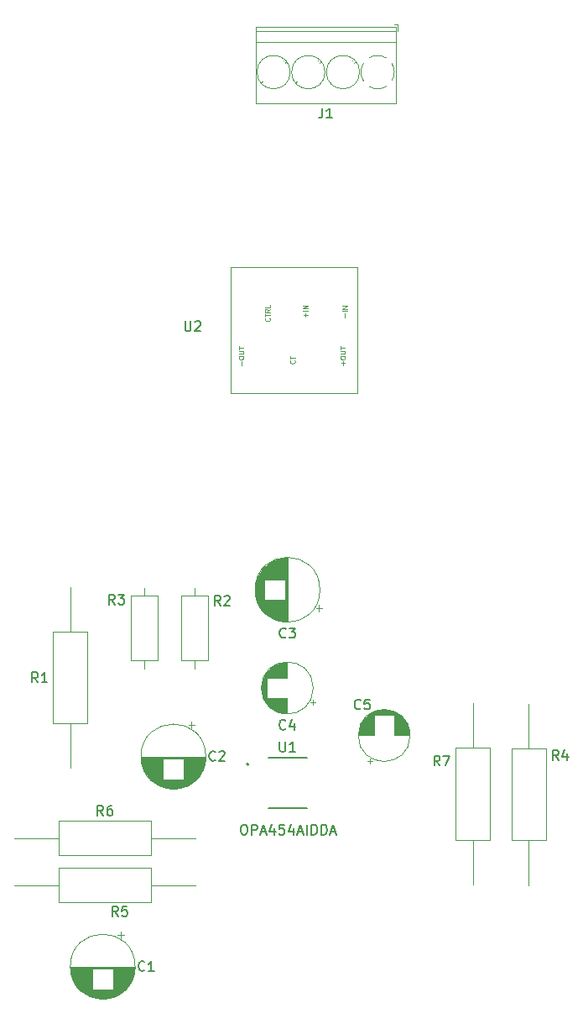
<source format=gbr>
%TF.GenerationSoftware,KiCad,Pcbnew,(5.1.6)-1*%
%TF.CreationDate,2020-11-12T12:18:02-07:00*%
%TF.ProjectId,OPA454_SmallSig_Amp,4f504134-3534-45f5-936d-616c6c536967,rev?*%
%TF.SameCoordinates,Original*%
%TF.FileFunction,Legend,Top*%
%TF.FilePolarity,Positive*%
%FSLAX46Y46*%
G04 Gerber Fmt 4.6, Leading zero omitted, Abs format (unit mm)*
G04 Created by KiCad (PCBNEW (5.1.6)-1) date 2020-11-12 12:18:02*
%MOMM*%
%LPD*%
G01*
G04 APERTURE LIST*
%ADD10C,0.120000*%
%ADD11C,0.200000*%
%ADD12C,0.127000*%
%ADD13C,0.150000*%
%ADD14C,0.100000*%
G04 APERTURE END LIST*
D10*
%TO.C,R3*%
X84316000Y-91805000D02*
X84316000Y-92575000D01*
X84316000Y-99885000D02*
X84316000Y-99115000D01*
X82946000Y-92575000D02*
X82946000Y-99115000D01*
X85686000Y-92575000D02*
X82946000Y-92575000D01*
X85686000Y-99115000D02*
X85686000Y-92575000D01*
X82946000Y-99115000D02*
X85686000Y-99115000D01*
%TO.C,R2*%
X89396000Y-99885000D02*
X89396000Y-99115000D01*
X89396000Y-91805000D02*
X89396000Y-92575000D01*
X90766000Y-99115000D02*
X90766000Y-92575000D01*
X88026000Y-99115000D02*
X90766000Y-99115000D01*
X88026000Y-92575000D02*
X88026000Y-99115000D01*
X90766000Y-92575000D02*
X88026000Y-92575000D01*
%TO.C,U2*%
X105775500Y-72126000D02*
X92995500Y-72126000D01*
X92995500Y-72156000D02*
X92995500Y-59456000D01*
X93075500Y-59416000D02*
X105775500Y-59416000D01*
X105795500Y-59426000D02*
X105795500Y-72126000D01*
%TO.C,R7*%
X117463000Y-103425500D02*
X117463000Y-107925500D01*
X117463000Y-121665500D02*
X117463000Y-117165500D01*
X115743000Y-107925500D02*
X115743000Y-117165500D01*
X119183000Y-107925500D02*
X115743000Y-107925500D01*
X119183000Y-117165500D02*
X119183000Y-107925500D01*
X115743000Y-117165500D02*
X119183000Y-117165500D01*
%TO.C,R6*%
X89435500Y-116990500D02*
X84935500Y-116990500D01*
X71195500Y-116990500D02*
X75695500Y-116990500D01*
X84935500Y-115270500D02*
X75695500Y-115270500D01*
X84935500Y-118710500D02*
X84935500Y-115270500D01*
X75695500Y-118710500D02*
X84935500Y-118710500D01*
X75695500Y-115270500D02*
X75695500Y-118710500D01*
%TO.C,R5*%
X89435500Y-121753000D02*
X84935500Y-121753000D01*
X71195500Y-121753000D02*
X75695500Y-121753000D01*
X84935500Y-120033000D02*
X75695500Y-120033000D01*
X84935500Y-123473000D02*
X84935500Y-120033000D01*
X75695500Y-123473000D02*
X84935500Y-123473000D01*
X75695500Y-120033000D02*
X75695500Y-123473000D01*
%TO.C,R4*%
X123114500Y-103489000D02*
X123114500Y-107989000D01*
X123114500Y-121729000D02*
X123114500Y-117229000D01*
X121394500Y-107989000D02*
X121394500Y-117229000D01*
X124834500Y-107989000D02*
X121394500Y-107989000D01*
X124834500Y-117229000D02*
X124834500Y-107989000D01*
X121394500Y-117229000D02*
X124834500Y-117229000D01*
%TO.C,R1*%
X76823000Y-109918000D02*
X76823000Y-105418000D01*
X76823000Y-91678000D02*
X76823000Y-96178000D01*
X78543000Y-105418000D02*
X78543000Y-96178000D01*
X75103000Y-105418000D02*
X78543000Y-105418000D01*
X75103000Y-96178000D02*
X75103000Y-105418000D01*
X78543000Y-96178000D02*
X75103000Y-96178000D01*
%TO.C,J1*%
X109900000Y-35000000D02*
X109500000Y-35000000D01*
X109900000Y-35640000D02*
X109900000Y-35000000D01*
X98495000Y-38859000D02*
X98624000Y-38731000D01*
X96280000Y-41075000D02*
X96374000Y-40981000D01*
X98325000Y-38619000D02*
X98419000Y-38526000D01*
X96075000Y-40869000D02*
X96204000Y-40741000D01*
X101995000Y-38859000D02*
X102124000Y-38731000D01*
X99780000Y-41075000D02*
X99874000Y-40981000D01*
X101825000Y-38619000D02*
X101919000Y-38526000D01*
X99575000Y-40869000D02*
X99704000Y-40741000D01*
X105495000Y-38859000D02*
X105624000Y-38731000D01*
X103280000Y-41075000D02*
X103374000Y-40981000D01*
X105325000Y-38619000D02*
X105419000Y-38526000D01*
X103075000Y-40869000D02*
X103204000Y-40741000D01*
X95540000Y-42960000D02*
X95540000Y-35240000D01*
X109660000Y-42960000D02*
X109660000Y-35240000D01*
X109660000Y-35240000D02*
X95540000Y-35240000D01*
X109660000Y-42960000D02*
X95540000Y-42960000D01*
X109660000Y-36800000D02*
X95540000Y-36800000D01*
X109660000Y-35700000D02*
X95540000Y-35700000D01*
X99030000Y-39800000D02*
G75*
G03*
X99030000Y-39800000I-1680000J0D01*
G01*
X102530000Y-39800000D02*
G75*
G03*
X102530000Y-39800000I-1680000J0D01*
G01*
X106030000Y-39800000D02*
G75*
G03*
X106030000Y-39800000I-1680000J0D01*
G01*
X107821326Y-38119901D02*
G75*
G02*
X108716000Y-38360000I28674J-1680099D01*
G01*
X109275358Y-38910106D02*
G75*
G02*
X109290000Y-40666000I-1425358J-889894D01*
G01*
X108739894Y-41225358D02*
G75*
G02*
X106984000Y-41240000I-889894J1425358D01*
G01*
X106424495Y-40690193D02*
G75*
G02*
X106425000Y-38909000I1425505J890193D01*
G01*
X106959736Y-38375279D02*
G75*
G02*
X107850000Y-38120000I890264J-1424721D01*
G01*
%TO.C,C5*%
X106784500Y-109210775D02*
X107284500Y-109210775D01*
X107034500Y-109460775D02*
X107034500Y-108960775D01*
X108225500Y-104055000D02*
X108793500Y-104055000D01*
X107991500Y-104095000D02*
X109027500Y-104095000D01*
X107832500Y-104135000D02*
X109186500Y-104135000D01*
X107704500Y-104175000D02*
X109314500Y-104175000D01*
X107594500Y-104215000D02*
X109424500Y-104215000D01*
X107498500Y-104255000D02*
X109520500Y-104255000D01*
X107411500Y-104295000D02*
X109607500Y-104295000D01*
X107331500Y-104335000D02*
X109687500Y-104335000D01*
X107258500Y-104375000D02*
X109760500Y-104375000D01*
X107190500Y-104415000D02*
X109828500Y-104415000D01*
X107126500Y-104455000D02*
X109892500Y-104455000D01*
X107066500Y-104495000D02*
X109952500Y-104495000D01*
X107009500Y-104535000D02*
X110009500Y-104535000D01*
X106955500Y-104575000D02*
X110063500Y-104575000D01*
X106904500Y-104615000D02*
X110114500Y-104615000D01*
X109549500Y-104655000D02*
X110162500Y-104655000D01*
X106856500Y-104655000D02*
X107469500Y-104655000D01*
X109549500Y-104695000D02*
X110208500Y-104695000D01*
X106810500Y-104695000D02*
X107469500Y-104695000D01*
X109549500Y-104735000D02*
X110252500Y-104735000D01*
X106766500Y-104735000D02*
X107469500Y-104735000D01*
X109549500Y-104775000D02*
X110294500Y-104775000D01*
X106724500Y-104775000D02*
X107469500Y-104775000D01*
X109549500Y-104815000D02*
X110335500Y-104815000D01*
X106683500Y-104815000D02*
X107469500Y-104815000D01*
X109549500Y-104855000D02*
X110373500Y-104855000D01*
X106645500Y-104855000D02*
X107469500Y-104855000D01*
X109549500Y-104895000D02*
X110410500Y-104895000D01*
X106608500Y-104895000D02*
X107469500Y-104895000D01*
X109549500Y-104935000D02*
X110446500Y-104935000D01*
X106572500Y-104935000D02*
X107469500Y-104935000D01*
X109549500Y-104975000D02*
X110480500Y-104975000D01*
X106538500Y-104975000D02*
X107469500Y-104975000D01*
X109549500Y-105015000D02*
X110513500Y-105015000D01*
X106505500Y-105015000D02*
X107469500Y-105015000D01*
X109549500Y-105055000D02*
X110544500Y-105055000D01*
X106474500Y-105055000D02*
X107469500Y-105055000D01*
X109549500Y-105095000D02*
X110574500Y-105095000D01*
X106444500Y-105095000D02*
X107469500Y-105095000D01*
X109549500Y-105135000D02*
X110604500Y-105135000D01*
X106414500Y-105135000D02*
X107469500Y-105135000D01*
X109549500Y-105175000D02*
X110631500Y-105175000D01*
X106387500Y-105175000D02*
X107469500Y-105175000D01*
X109549500Y-105215000D02*
X110658500Y-105215000D01*
X106360500Y-105215000D02*
X107469500Y-105215000D01*
X109549500Y-105255000D02*
X110684500Y-105255000D01*
X106334500Y-105255000D02*
X107469500Y-105255000D01*
X109549500Y-105295000D02*
X110709500Y-105295000D01*
X106309500Y-105295000D02*
X107469500Y-105295000D01*
X109549500Y-105335000D02*
X110733500Y-105335000D01*
X106285500Y-105335000D02*
X107469500Y-105335000D01*
X109549500Y-105375000D02*
X110756500Y-105375000D01*
X106262500Y-105375000D02*
X107469500Y-105375000D01*
X109549500Y-105415000D02*
X110777500Y-105415000D01*
X106241500Y-105415000D02*
X107469500Y-105415000D01*
X109549500Y-105455000D02*
X110799500Y-105455000D01*
X106219500Y-105455000D02*
X107469500Y-105455000D01*
X109549500Y-105495000D02*
X110819500Y-105495000D01*
X106199500Y-105495000D02*
X107469500Y-105495000D01*
X109549500Y-105535000D02*
X110838500Y-105535000D01*
X106180500Y-105535000D02*
X107469500Y-105535000D01*
X109549500Y-105575000D02*
X110857500Y-105575000D01*
X106161500Y-105575000D02*
X107469500Y-105575000D01*
X109549500Y-105615000D02*
X110874500Y-105615000D01*
X106144500Y-105615000D02*
X107469500Y-105615000D01*
X109549500Y-105655000D02*
X110891500Y-105655000D01*
X106127500Y-105655000D02*
X107469500Y-105655000D01*
X109549500Y-105695000D02*
X110907500Y-105695000D01*
X106111500Y-105695000D02*
X107469500Y-105695000D01*
X109549500Y-105735000D02*
X110923500Y-105735000D01*
X106095500Y-105735000D02*
X107469500Y-105735000D01*
X109549500Y-105775000D02*
X110937500Y-105775000D01*
X106081500Y-105775000D02*
X107469500Y-105775000D01*
X109549500Y-105815000D02*
X110951500Y-105815000D01*
X106067500Y-105815000D02*
X107469500Y-105815000D01*
X109549500Y-105855000D02*
X110964500Y-105855000D01*
X106054500Y-105855000D02*
X107469500Y-105855000D01*
X109549500Y-105895000D02*
X110977500Y-105895000D01*
X106041500Y-105895000D02*
X107469500Y-105895000D01*
X109549500Y-105935000D02*
X110989500Y-105935000D01*
X106029500Y-105935000D02*
X107469500Y-105935000D01*
X109549500Y-105976000D02*
X111000500Y-105976000D01*
X106018500Y-105976000D02*
X107469500Y-105976000D01*
X109549500Y-106016000D02*
X111010500Y-106016000D01*
X106008500Y-106016000D02*
X107469500Y-106016000D01*
X109549500Y-106056000D02*
X111020500Y-106056000D01*
X105998500Y-106056000D02*
X107469500Y-106056000D01*
X109549500Y-106096000D02*
X111029500Y-106096000D01*
X105989500Y-106096000D02*
X107469500Y-106096000D01*
X109549500Y-106136000D02*
X111037500Y-106136000D01*
X105981500Y-106136000D02*
X107469500Y-106136000D01*
X109549500Y-106176000D02*
X111045500Y-106176000D01*
X105973500Y-106176000D02*
X107469500Y-106176000D01*
X109549500Y-106216000D02*
X111052500Y-106216000D01*
X105966500Y-106216000D02*
X107469500Y-106216000D01*
X109549500Y-106256000D02*
X111059500Y-106256000D01*
X105959500Y-106256000D02*
X107469500Y-106256000D01*
X109549500Y-106296000D02*
X111065500Y-106296000D01*
X105953500Y-106296000D02*
X107469500Y-106296000D01*
X109549500Y-106336000D02*
X111070500Y-106336000D01*
X105948500Y-106336000D02*
X107469500Y-106336000D01*
X109549500Y-106376000D02*
X111074500Y-106376000D01*
X105944500Y-106376000D02*
X107469500Y-106376000D01*
X109549500Y-106416000D02*
X111078500Y-106416000D01*
X105940500Y-106416000D02*
X107469500Y-106416000D01*
X109549500Y-106456000D02*
X111082500Y-106456000D01*
X105936500Y-106456000D02*
X107469500Y-106456000D01*
X109549500Y-106496000D02*
X111085500Y-106496000D01*
X105933500Y-106496000D02*
X107469500Y-106496000D01*
X109549500Y-106536000D02*
X111087500Y-106536000D01*
X105931500Y-106536000D02*
X107469500Y-106536000D01*
X109549500Y-106576000D02*
X111088500Y-106576000D01*
X105930500Y-106576000D02*
X107469500Y-106576000D01*
X105929500Y-106616000D02*
X107469500Y-106616000D01*
X109549500Y-106616000D02*
X111089500Y-106616000D01*
X105929500Y-106656000D02*
X107469500Y-106656000D01*
X109549500Y-106656000D02*
X111089500Y-106656000D01*
X111129500Y-106656000D02*
G75*
G03*
X111129500Y-106656000I-2620000J0D01*
G01*
%TO.C,C4*%
X101280741Y-103594500D02*
X101280741Y-103094500D01*
X101530741Y-103344500D02*
X101030741Y-103344500D01*
X96124966Y-102153500D02*
X96124966Y-101585500D01*
X96164966Y-102387500D02*
X96164966Y-101351500D01*
X96204966Y-102546500D02*
X96204966Y-101192500D01*
X96244966Y-102674500D02*
X96244966Y-101064500D01*
X96284966Y-102784500D02*
X96284966Y-100954500D01*
X96324966Y-102880500D02*
X96324966Y-100858500D01*
X96364966Y-102967500D02*
X96364966Y-100771500D01*
X96404966Y-103047500D02*
X96404966Y-100691500D01*
X96444966Y-103120500D02*
X96444966Y-100618500D01*
X96484966Y-103188500D02*
X96484966Y-100550500D01*
X96524966Y-103252500D02*
X96524966Y-100486500D01*
X96564966Y-103312500D02*
X96564966Y-100426500D01*
X96604966Y-103369500D02*
X96604966Y-100369500D01*
X96644966Y-103423500D02*
X96644966Y-100315500D01*
X96684966Y-103474500D02*
X96684966Y-100264500D01*
X96724966Y-100829500D02*
X96724966Y-100216500D01*
X96724966Y-103522500D02*
X96724966Y-102909500D01*
X96764966Y-100829500D02*
X96764966Y-100170500D01*
X96764966Y-103568500D02*
X96764966Y-102909500D01*
X96804966Y-100829500D02*
X96804966Y-100126500D01*
X96804966Y-103612500D02*
X96804966Y-102909500D01*
X96844966Y-100829500D02*
X96844966Y-100084500D01*
X96844966Y-103654500D02*
X96844966Y-102909500D01*
X96884966Y-100829500D02*
X96884966Y-100043500D01*
X96884966Y-103695500D02*
X96884966Y-102909500D01*
X96924966Y-100829500D02*
X96924966Y-100005500D01*
X96924966Y-103733500D02*
X96924966Y-102909500D01*
X96964966Y-100829500D02*
X96964966Y-99968500D01*
X96964966Y-103770500D02*
X96964966Y-102909500D01*
X97004966Y-100829500D02*
X97004966Y-99932500D01*
X97004966Y-103806500D02*
X97004966Y-102909500D01*
X97044966Y-100829500D02*
X97044966Y-99898500D01*
X97044966Y-103840500D02*
X97044966Y-102909500D01*
X97084966Y-100829500D02*
X97084966Y-99865500D01*
X97084966Y-103873500D02*
X97084966Y-102909500D01*
X97124966Y-100829500D02*
X97124966Y-99834500D01*
X97124966Y-103904500D02*
X97124966Y-102909500D01*
X97164966Y-100829500D02*
X97164966Y-99804500D01*
X97164966Y-103934500D02*
X97164966Y-102909500D01*
X97204966Y-100829500D02*
X97204966Y-99774500D01*
X97204966Y-103964500D02*
X97204966Y-102909500D01*
X97244966Y-100829500D02*
X97244966Y-99747500D01*
X97244966Y-103991500D02*
X97244966Y-102909500D01*
X97284966Y-100829500D02*
X97284966Y-99720500D01*
X97284966Y-104018500D02*
X97284966Y-102909500D01*
X97324966Y-100829500D02*
X97324966Y-99694500D01*
X97324966Y-104044500D02*
X97324966Y-102909500D01*
X97364966Y-100829500D02*
X97364966Y-99669500D01*
X97364966Y-104069500D02*
X97364966Y-102909500D01*
X97404966Y-100829500D02*
X97404966Y-99645500D01*
X97404966Y-104093500D02*
X97404966Y-102909500D01*
X97444966Y-100829500D02*
X97444966Y-99622500D01*
X97444966Y-104116500D02*
X97444966Y-102909500D01*
X97484966Y-100829500D02*
X97484966Y-99601500D01*
X97484966Y-104137500D02*
X97484966Y-102909500D01*
X97524966Y-100829500D02*
X97524966Y-99579500D01*
X97524966Y-104159500D02*
X97524966Y-102909500D01*
X97564966Y-100829500D02*
X97564966Y-99559500D01*
X97564966Y-104179500D02*
X97564966Y-102909500D01*
X97604966Y-100829500D02*
X97604966Y-99540500D01*
X97604966Y-104198500D02*
X97604966Y-102909500D01*
X97644966Y-100829500D02*
X97644966Y-99521500D01*
X97644966Y-104217500D02*
X97644966Y-102909500D01*
X97684966Y-100829500D02*
X97684966Y-99504500D01*
X97684966Y-104234500D02*
X97684966Y-102909500D01*
X97724966Y-100829500D02*
X97724966Y-99487500D01*
X97724966Y-104251500D02*
X97724966Y-102909500D01*
X97764966Y-100829500D02*
X97764966Y-99471500D01*
X97764966Y-104267500D02*
X97764966Y-102909500D01*
X97804966Y-100829500D02*
X97804966Y-99455500D01*
X97804966Y-104283500D02*
X97804966Y-102909500D01*
X97844966Y-100829500D02*
X97844966Y-99441500D01*
X97844966Y-104297500D02*
X97844966Y-102909500D01*
X97884966Y-100829500D02*
X97884966Y-99427500D01*
X97884966Y-104311500D02*
X97884966Y-102909500D01*
X97924966Y-100829500D02*
X97924966Y-99414500D01*
X97924966Y-104324500D02*
X97924966Y-102909500D01*
X97964966Y-100829500D02*
X97964966Y-99401500D01*
X97964966Y-104337500D02*
X97964966Y-102909500D01*
X98004966Y-100829500D02*
X98004966Y-99389500D01*
X98004966Y-104349500D02*
X98004966Y-102909500D01*
X98045966Y-100829500D02*
X98045966Y-99378500D01*
X98045966Y-104360500D02*
X98045966Y-102909500D01*
X98085966Y-100829500D02*
X98085966Y-99368500D01*
X98085966Y-104370500D02*
X98085966Y-102909500D01*
X98125966Y-100829500D02*
X98125966Y-99358500D01*
X98125966Y-104380500D02*
X98125966Y-102909500D01*
X98165966Y-100829500D02*
X98165966Y-99349500D01*
X98165966Y-104389500D02*
X98165966Y-102909500D01*
X98205966Y-100829500D02*
X98205966Y-99341500D01*
X98205966Y-104397500D02*
X98205966Y-102909500D01*
X98245966Y-100829500D02*
X98245966Y-99333500D01*
X98245966Y-104405500D02*
X98245966Y-102909500D01*
X98285966Y-100829500D02*
X98285966Y-99326500D01*
X98285966Y-104412500D02*
X98285966Y-102909500D01*
X98325966Y-100829500D02*
X98325966Y-99319500D01*
X98325966Y-104419500D02*
X98325966Y-102909500D01*
X98365966Y-100829500D02*
X98365966Y-99313500D01*
X98365966Y-104425500D02*
X98365966Y-102909500D01*
X98405966Y-100829500D02*
X98405966Y-99308500D01*
X98405966Y-104430500D02*
X98405966Y-102909500D01*
X98445966Y-100829500D02*
X98445966Y-99304500D01*
X98445966Y-104434500D02*
X98445966Y-102909500D01*
X98485966Y-100829500D02*
X98485966Y-99300500D01*
X98485966Y-104438500D02*
X98485966Y-102909500D01*
X98525966Y-100829500D02*
X98525966Y-99296500D01*
X98525966Y-104442500D02*
X98525966Y-102909500D01*
X98565966Y-100829500D02*
X98565966Y-99293500D01*
X98565966Y-104445500D02*
X98565966Y-102909500D01*
X98605966Y-100829500D02*
X98605966Y-99291500D01*
X98605966Y-104447500D02*
X98605966Y-102909500D01*
X98645966Y-100829500D02*
X98645966Y-99290500D01*
X98645966Y-104448500D02*
X98645966Y-102909500D01*
X98685966Y-104449500D02*
X98685966Y-102909500D01*
X98685966Y-100829500D02*
X98685966Y-99289500D01*
X98725966Y-104449500D02*
X98725966Y-102909500D01*
X98725966Y-100829500D02*
X98725966Y-99289500D01*
X101345966Y-101869500D02*
G75*
G03*
X101345966Y-101869500I-2620000J0D01*
G01*
%TO.C,C3*%
X101935741Y-94125500D02*
X101935741Y-93495500D01*
X102250741Y-93810500D02*
X101620741Y-93810500D01*
X95509500Y-92373500D02*
X95509500Y-91569500D01*
X95549500Y-92604500D02*
X95549500Y-91338500D01*
X95589500Y-92773500D02*
X95589500Y-91169500D01*
X95629500Y-92911500D02*
X95629500Y-91031500D01*
X95669500Y-93030500D02*
X95669500Y-90912500D01*
X95709500Y-93136500D02*
X95709500Y-90806500D01*
X95749500Y-93233500D02*
X95749500Y-90709500D01*
X95789500Y-93321500D02*
X95789500Y-90621500D01*
X95829500Y-93403500D02*
X95829500Y-90539500D01*
X95869500Y-93480500D02*
X95869500Y-90462500D01*
X95909500Y-93552500D02*
X95909500Y-90390500D01*
X95949500Y-93621500D02*
X95949500Y-90321500D01*
X95989500Y-93685500D02*
X95989500Y-90257500D01*
X96029500Y-93747500D02*
X96029500Y-90195500D01*
X96069500Y-93805500D02*
X96069500Y-90137500D01*
X96109500Y-93861500D02*
X96109500Y-90081500D01*
X96149500Y-93915500D02*
X96149500Y-90027500D01*
X96189500Y-93966500D02*
X96189500Y-89976500D01*
X96229500Y-94015500D02*
X96229500Y-89927500D01*
X96269500Y-94063500D02*
X96269500Y-89879500D01*
X96309500Y-94108500D02*
X96309500Y-89834500D01*
X96349500Y-94153500D02*
X96349500Y-89789500D01*
X96389500Y-94195500D02*
X96389500Y-89747500D01*
X96429500Y-94236500D02*
X96429500Y-89706500D01*
X96469500Y-90931500D02*
X96469500Y-89666500D01*
X96469500Y-94276500D02*
X96469500Y-93011500D01*
X96509500Y-90931500D02*
X96509500Y-89628500D01*
X96509500Y-94314500D02*
X96509500Y-93011500D01*
X96549500Y-90931500D02*
X96549500Y-89591500D01*
X96549500Y-94351500D02*
X96549500Y-93011500D01*
X96589500Y-90931500D02*
X96589500Y-89555500D01*
X96589500Y-94387500D02*
X96589500Y-93011500D01*
X96629500Y-90931500D02*
X96629500Y-89521500D01*
X96629500Y-94421500D02*
X96629500Y-93011500D01*
X96669500Y-90931500D02*
X96669500Y-89487500D01*
X96669500Y-94455500D02*
X96669500Y-93011500D01*
X96709500Y-90931500D02*
X96709500Y-89455500D01*
X96709500Y-94487500D02*
X96709500Y-93011500D01*
X96749500Y-90931500D02*
X96749500Y-89423500D01*
X96749500Y-94519500D02*
X96749500Y-93011500D01*
X96789500Y-90931500D02*
X96789500Y-89393500D01*
X96789500Y-94549500D02*
X96789500Y-93011500D01*
X96829500Y-90931500D02*
X96829500Y-89364500D01*
X96829500Y-94578500D02*
X96829500Y-93011500D01*
X96869500Y-90931500D02*
X96869500Y-89335500D01*
X96869500Y-94607500D02*
X96869500Y-93011500D01*
X96909500Y-90931500D02*
X96909500Y-89307500D01*
X96909500Y-94635500D02*
X96909500Y-93011500D01*
X96949500Y-90931500D02*
X96949500Y-89281500D01*
X96949500Y-94661500D02*
X96949500Y-93011500D01*
X96989500Y-90931500D02*
X96989500Y-89255500D01*
X96989500Y-94687500D02*
X96989500Y-93011500D01*
X97029500Y-90931500D02*
X97029500Y-89229500D01*
X97029500Y-94713500D02*
X97029500Y-93011500D01*
X97069500Y-90931500D02*
X97069500Y-89205500D01*
X97069500Y-94737500D02*
X97069500Y-93011500D01*
X97109500Y-90931500D02*
X97109500Y-89181500D01*
X97109500Y-94761500D02*
X97109500Y-93011500D01*
X97149500Y-90931500D02*
X97149500Y-89159500D01*
X97149500Y-94783500D02*
X97149500Y-93011500D01*
X97189500Y-90931500D02*
X97189500Y-89137500D01*
X97189500Y-94805500D02*
X97189500Y-93011500D01*
X97229500Y-90931500D02*
X97229500Y-89115500D01*
X97229500Y-94827500D02*
X97229500Y-93011500D01*
X97269500Y-90931500D02*
X97269500Y-89095500D01*
X97269500Y-94847500D02*
X97269500Y-93011500D01*
X97309500Y-90931500D02*
X97309500Y-89075500D01*
X97309500Y-94867500D02*
X97309500Y-93011500D01*
X97349500Y-90931500D02*
X97349500Y-89055500D01*
X97349500Y-94887500D02*
X97349500Y-93011500D01*
X97389500Y-90931500D02*
X97389500Y-89037500D01*
X97389500Y-94905500D02*
X97389500Y-93011500D01*
X97429500Y-90931500D02*
X97429500Y-89019500D01*
X97429500Y-94923500D02*
X97429500Y-93011500D01*
X97469500Y-90931500D02*
X97469500Y-89001500D01*
X97469500Y-94941500D02*
X97469500Y-93011500D01*
X97509500Y-90931500D02*
X97509500Y-88985500D01*
X97509500Y-94957500D02*
X97509500Y-93011500D01*
X97549500Y-90931500D02*
X97549500Y-88969500D01*
X97549500Y-94973500D02*
X97549500Y-93011500D01*
X97589500Y-90931500D02*
X97589500Y-88953500D01*
X97589500Y-94989500D02*
X97589500Y-93011500D01*
X97629500Y-90931500D02*
X97629500Y-88938500D01*
X97629500Y-95004500D02*
X97629500Y-93011500D01*
X97669500Y-90931500D02*
X97669500Y-88924500D01*
X97669500Y-95018500D02*
X97669500Y-93011500D01*
X97709500Y-90931500D02*
X97709500Y-88910500D01*
X97709500Y-95032500D02*
X97709500Y-93011500D01*
X97749500Y-90931500D02*
X97749500Y-88897500D01*
X97749500Y-95045500D02*
X97749500Y-93011500D01*
X97789500Y-90931500D02*
X97789500Y-88885500D01*
X97789500Y-95057500D02*
X97789500Y-93011500D01*
X97829500Y-90931500D02*
X97829500Y-88873500D01*
X97829500Y-95069500D02*
X97829500Y-93011500D01*
X97869500Y-90931500D02*
X97869500Y-88861500D01*
X97869500Y-95081500D02*
X97869500Y-93011500D01*
X97909500Y-90931500D02*
X97909500Y-88850500D01*
X97909500Y-95092500D02*
X97909500Y-93011500D01*
X97949500Y-90931500D02*
X97949500Y-88840500D01*
X97949500Y-95102500D02*
X97949500Y-93011500D01*
X97989500Y-90931500D02*
X97989500Y-88830500D01*
X97989500Y-95112500D02*
X97989500Y-93011500D01*
X98029500Y-90931500D02*
X98029500Y-88821500D01*
X98029500Y-95121500D02*
X98029500Y-93011500D01*
X98070500Y-90931500D02*
X98070500Y-88812500D01*
X98070500Y-95130500D02*
X98070500Y-93011500D01*
X98110500Y-90931500D02*
X98110500Y-88804500D01*
X98110500Y-95138500D02*
X98110500Y-93011500D01*
X98150500Y-90931500D02*
X98150500Y-88796500D01*
X98150500Y-95146500D02*
X98150500Y-93011500D01*
X98190500Y-90931500D02*
X98190500Y-88789500D01*
X98190500Y-95153500D02*
X98190500Y-93011500D01*
X98230500Y-90931500D02*
X98230500Y-88782500D01*
X98230500Y-95160500D02*
X98230500Y-93011500D01*
X98270500Y-90931500D02*
X98270500Y-88776500D01*
X98270500Y-95166500D02*
X98270500Y-93011500D01*
X98310500Y-90931500D02*
X98310500Y-88770500D01*
X98310500Y-95172500D02*
X98310500Y-93011500D01*
X98350500Y-90931500D02*
X98350500Y-88765500D01*
X98350500Y-95177500D02*
X98350500Y-93011500D01*
X98390500Y-90931500D02*
X98390500Y-88760500D01*
X98390500Y-95182500D02*
X98390500Y-93011500D01*
X98430500Y-90931500D02*
X98430500Y-88756500D01*
X98430500Y-95186500D02*
X98430500Y-93011500D01*
X98470500Y-90931500D02*
X98470500Y-88753500D01*
X98470500Y-95189500D02*
X98470500Y-93011500D01*
X98510500Y-90931500D02*
X98510500Y-88749500D01*
X98510500Y-95193500D02*
X98510500Y-93011500D01*
X98550500Y-95195500D02*
X98550500Y-88747500D01*
X98590500Y-95198500D02*
X98590500Y-88744500D01*
X98630500Y-95199500D02*
X98630500Y-88743500D01*
X98670500Y-95201500D02*
X98670500Y-88741500D01*
X98710500Y-95201500D02*
X98710500Y-88741500D01*
X98750500Y-95201500D02*
X98750500Y-88741500D01*
X102020500Y-91971500D02*
G75*
G03*
X102020500Y-91971500I-3270000J0D01*
G01*
%TO.C,C2*%
X89391000Y-105593759D02*
X88761000Y-105593759D01*
X89076000Y-105278759D02*
X89076000Y-105908759D01*
X87639000Y-112020000D02*
X86835000Y-112020000D01*
X87870000Y-111980000D02*
X86604000Y-111980000D01*
X88039000Y-111940000D02*
X86435000Y-111940000D01*
X88177000Y-111900000D02*
X86297000Y-111900000D01*
X88296000Y-111860000D02*
X86178000Y-111860000D01*
X88402000Y-111820000D02*
X86072000Y-111820000D01*
X88499000Y-111780000D02*
X85975000Y-111780000D01*
X88587000Y-111740000D02*
X85887000Y-111740000D01*
X88669000Y-111700000D02*
X85805000Y-111700000D01*
X88746000Y-111660000D02*
X85728000Y-111660000D01*
X88818000Y-111620000D02*
X85656000Y-111620000D01*
X88887000Y-111580000D02*
X85587000Y-111580000D01*
X88951000Y-111540000D02*
X85523000Y-111540000D01*
X89013000Y-111500000D02*
X85461000Y-111500000D01*
X89071000Y-111460000D02*
X85403000Y-111460000D01*
X89127000Y-111420000D02*
X85347000Y-111420000D01*
X89181000Y-111380000D02*
X85293000Y-111380000D01*
X89232000Y-111340000D02*
X85242000Y-111340000D01*
X89281000Y-111300000D02*
X85193000Y-111300000D01*
X89329000Y-111260000D02*
X85145000Y-111260000D01*
X89374000Y-111220000D02*
X85100000Y-111220000D01*
X89419000Y-111180000D02*
X85055000Y-111180000D01*
X89461000Y-111140000D02*
X85013000Y-111140000D01*
X89502000Y-111100000D02*
X84972000Y-111100000D01*
X86197000Y-111060000D02*
X84932000Y-111060000D01*
X89542000Y-111060000D02*
X88277000Y-111060000D01*
X86197000Y-111020000D02*
X84894000Y-111020000D01*
X89580000Y-111020000D02*
X88277000Y-111020000D01*
X86197000Y-110980000D02*
X84857000Y-110980000D01*
X89617000Y-110980000D02*
X88277000Y-110980000D01*
X86197000Y-110940000D02*
X84821000Y-110940000D01*
X89653000Y-110940000D02*
X88277000Y-110940000D01*
X86197000Y-110900000D02*
X84787000Y-110900000D01*
X89687000Y-110900000D02*
X88277000Y-110900000D01*
X86197000Y-110860000D02*
X84753000Y-110860000D01*
X89721000Y-110860000D02*
X88277000Y-110860000D01*
X86197000Y-110820000D02*
X84721000Y-110820000D01*
X89753000Y-110820000D02*
X88277000Y-110820000D01*
X86197000Y-110780000D02*
X84689000Y-110780000D01*
X89785000Y-110780000D02*
X88277000Y-110780000D01*
X86197000Y-110740000D02*
X84659000Y-110740000D01*
X89815000Y-110740000D02*
X88277000Y-110740000D01*
X86197000Y-110700000D02*
X84630000Y-110700000D01*
X89844000Y-110700000D02*
X88277000Y-110700000D01*
X86197000Y-110660000D02*
X84601000Y-110660000D01*
X89873000Y-110660000D02*
X88277000Y-110660000D01*
X86197000Y-110620000D02*
X84573000Y-110620000D01*
X89901000Y-110620000D02*
X88277000Y-110620000D01*
X86197000Y-110580000D02*
X84547000Y-110580000D01*
X89927000Y-110580000D02*
X88277000Y-110580000D01*
X86197000Y-110540000D02*
X84521000Y-110540000D01*
X89953000Y-110540000D02*
X88277000Y-110540000D01*
X86197000Y-110500000D02*
X84495000Y-110500000D01*
X89979000Y-110500000D02*
X88277000Y-110500000D01*
X86197000Y-110460000D02*
X84471000Y-110460000D01*
X90003000Y-110460000D02*
X88277000Y-110460000D01*
X86197000Y-110420000D02*
X84447000Y-110420000D01*
X90027000Y-110420000D02*
X88277000Y-110420000D01*
X86197000Y-110380000D02*
X84425000Y-110380000D01*
X90049000Y-110380000D02*
X88277000Y-110380000D01*
X86197000Y-110340000D02*
X84403000Y-110340000D01*
X90071000Y-110340000D02*
X88277000Y-110340000D01*
X86197000Y-110300000D02*
X84381000Y-110300000D01*
X90093000Y-110300000D02*
X88277000Y-110300000D01*
X86197000Y-110260000D02*
X84361000Y-110260000D01*
X90113000Y-110260000D02*
X88277000Y-110260000D01*
X86197000Y-110220000D02*
X84341000Y-110220000D01*
X90133000Y-110220000D02*
X88277000Y-110220000D01*
X86197000Y-110180000D02*
X84321000Y-110180000D01*
X90153000Y-110180000D02*
X88277000Y-110180000D01*
X86197000Y-110140000D02*
X84303000Y-110140000D01*
X90171000Y-110140000D02*
X88277000Y-110140000D01*
X86197000Y-110100000D02*
X84285000Y-110100000D01*
X90189000Y-110100000D02*
X88277000Y-110100000D01*
X86197000Y-110060000D02*
X84267000Y-110060000D01*
X90207000Y-110060000D02*
X88277000Y-110060000D01*
X86197000Y-110020000D02*
X84251000Y-110020000D01*
X90223000Y-110020000D02*
X88277000Y-110020000D01*
X86197000Y-109980000D02*
X84235000Y-109980000D01*
X90239000Y-109980000D02*
X88277000Y-109980000D01*
X86197000Y-109940000D02*
X84219000Y-109940000D01*
X90255000Y-109940000D02*
X88277000Y-109940000D01*
X86197000Y-109900000D02*
X84204000Y-109900000D01*
X90270000Y-109900000D02*
X88277000Y-109900000D01*
X86197000Y-109860000D02*
X84190000Y-109860000D01*
X90284000Y-109860000D02*
X88277000Y-109860000D01*
X86197000Y-109820000D02*
X84176000Y-109820000D01*
X90298000Y-109820000D02*
X88277000Y-109820000D01*
X86197000Y-109780000D02*
X84163000Y-109780000D01*
X90311000Y-109780000D02*
X88277000Y-109780000D01*
X86197000Y-109740000D02*
X84151000Y-109740000D01*
X90323000Y-109740000D02*
X88277000Y-109740000D01*
X86197000Y-109700000D02*
X84139000Y-109700000D01*
X90335000Y-109700000D02*
X88277000Y-109700000D01*
X86197000Y-109660000D02*
X84127000Y-109660000D01*
X90347000Y-109660000D02*
X88277000Y-109660000D01*
X86197000Y-109620000D02*
X84116000Y-109620000D01*
X90358000Y-109620000D02*
X88277000Y-109620000D01*
X86197000Y-109580000D02*
X84106000Y-109580000D01*
X90368000Y-109580000D02*
X88277000Y-109580000D01*
X86197000Y-109540000D02*
X84096000Y-109540000D01*
X90378000Y-109540000D02*
X88277000Y-109540000D01*
X86197000Y-109500000D02*
X84087000Y-109500000D01*
X90387000Y-109500000D02*
X88277000Y-109500000D01*
X86197000Y-109459000D02*
X84078000Y-109459000D01*
X90396000Y-109459000D02*
X88277000Y-109459000D01*
X86197000Y-109419000D02*
X84070000Y-109419000D01*
X90404000Y-109419000D02*
X88277000Y-109419000D01*
X86197000Y-109379000D02*
X84062000Y-109379000D01*
X90412000Y-109379000D02*
X88277000Y-109379000D01*
X86197000Y-109339000D02*
X84055000Y-109339000D01*
X90419000Y-109339000D02*
X88277000Y-109339000D01*
X86197000Y-109299000D02*
X84048000Y-109299000D01*
X90426000Y-109299000D02*
X88277000Y-109299000D01*
X86197000Y-109259000D02*
X84042000Y-109259000D01*
X90432000Y-109259000D02*
X88277000Y-109259000D01*
X86197000Y-109219000D02*
X84036000Y-109219000D01*
X90438000Y-109219000D02*
X88277000Y-109219000D01*
X86197000Y-109179000D02*
X84031000Y-109179000D01*
X90443000Y-109179000D02*
X88277000Y-109179000D01*
X86197000Y-109139000D02*
X84026000Y-109139000D01*
X90448000Y-109139000D02*
X88277000Y-109139000D01*
X86197000Y-109099000D02*
X84022000Y-109099000D01*
X90452000Y-109099000D02*
X88277000Y-109099000D01*
X86197000Y-109059000D02*
X84019000Y-109059000D01*
X90455000Y-109059000D02*
X88277000Y-109059000D01*
X86197000Y-109019000D02*
X84015000Y-109019000D01*
X90459000Y-109019000D02*
X88277000Y-109019000D01*
X90461000Y-108979000D02*
X84013000Y-108979000D01*
X90464000Y-108939000D02*
X84010000Y-108939000D01*
X90465000Y-108899000D02*
X84009000Y-108899000D01*
X90467000Y-108859000D02*
X84007000Y-108859000D01*
X90467000Y-108819000D02*
X84007000Y-108819000D01*
X90467000Y-108779000D02*
X84007000Y-108779000D01*
X90507000Y-108779000D02*
G75*
G03*
X90507000Y-108779000I-3270000J0D01*
G01*
%TO.C,C1*%
X82254000Y-126764759D02*
X81624000Y-126764759D01*
X81939000Y-126449759D02*
X81939000Y-127079759D01*
X80502000Y-133191000D02*
X79698000Y-133191000D01*
X80733000Y-133151000D02*
X79467000Y-133151000D01*
X80902000Y-133111000D02*
X79298000Y-133111000D01*
X81040000Y-133071000D02*
X79160000Y-133071000D01*
X81159000Y-133031000D02*
X79041000Y-133031000D01*
X81265000Y-132991000D02*
X78935000Y-132991000D01*
X81362000Y-132951000D02*
X78838000Y-132951000D01*
X81450000Y-132911000D02*
X78750000Y-132911000D01*
X81532000Y-132871000D02*
X78668000Y-132871000D01*
X81609000Y-132831000D02*
X78591000Y-132831000D01*
X81681000Y-132791000D02*
X78519000Y-132791000D01*
X81750000Y-132751000D02*
X78450000Y-132751000D01*
X81814000Y-132711000D02*
X78386000Y-132711000D01*
X81876000Y-132671000D02*
X78324000Y-132671000D01*
X81934000Y-132631000D02*
X78266000Y-132631000D01*
X81990000Y-132591000D02*
X78210000Y-132591000D01*
X82044000Y-132551000D02*
X78156000Y-132551000D01*
X82095000Y-132511000D02*
X78105000Y-132511000D01*
X82144000Y-132471000D02*
X78056000Y-132471000D01*
X82192000Y-132431000D02*
X78008000Y-132431000D01*
X82237000Y-132391000D02*
X77963000Y-132391000D01*
X82282000Y-132351000D02*
X77918000Y-132351000D01*
X82324000Y-132311000D02*
X77876000Y-132311000D01*
X82365000Y-132271000D02*
X77835000Y-132271000D01*
X79060000Y-132231000D02*
X77795000Y-132231000D01*
X82405000Y-132231000D02*
X81140000Y-132231000D01*
X79060000Y-132191000D02*
X77757000Y-132191000D01*
X82443000Y-132191000D02*
X81140000Y-132191000D01*
X79060000Y-132151000D02*
X77720000Y-132151000D01*
X82480000Y-132151000D02*
X81140000Y-132151000D01*
X79060000Y-132111000D02*
X77684000Y-132111000D01*
X82516000Y-132111000D02*
X81140000Y-132111000D01*
X79060000Y-132071000D02*
X77650000Y-132071000D01*
X82550000Y-132071000D02*
X81140000Y-132071000D01*
X79060000Y-132031000D02*
X77616000Y-132031000D01*
X82584000Y-132031000D02*
X81140000Y-132031000D01*
X79060000Y-131991000D02*
X77584000Y-131991000D01*
X82616000Y-131991000D02*
X81140000Y-131991000D01*
X79060000Y-131951000D02*
X77552000Y-131951000D01*
X82648000Y-131951000D02*
X81140000Y-131951000D01*
X79060000Y-131911000D02*
X77522000Y-131911000D01*
X82678000Y-131911000D02*
X81140000Y-131911000D01*
X79060000Y-131871000D02*
X77493000Y-131871000D01*
X82707000Y-131871000D02*
X81140000Y-131871000D01*
X79060000Y-131831000D02*
X77464000Y-131831000D01*
X82736000Y-131831000D02*
X81140000Y-131831000D01*
X79060000Y-131791000D02*
X77436000Y-131791000D01*
X82764000Y-131791000D02*
X81140000Y-131791000D01*
X79060000Y-131751000D02*
X77410000Y-131751000D01*
X82790000Y-131751000D02*
X81140000Y-131751000D01*
X79060000Y-131711000D02*
X77384000Y-131711000D01*
X82816000Y-131711000D02*
X81140000Y-131711000D01*
X79060000Y-131671000D02*
X77358000Y-131671000D01*
X82842000Y-131671000D02*
X81140000Y-131671000D01*
X79060000Y-131631000D02*
X77334000Y-131631000D01*
X82866000Y-131631000D02*
X81140000Y-131631000D01*
X79060000Y-131591000D02*
X77310000Y-131591000D01*
X82890000Y-131591000D02*
X81140000Y-131591000D01*
X79060000Y-131551000D02*
X77288000Y-131551000D01*
X82912000Y-131551000D02*
X81140000Y-131551000D01*
X79060000Y-131511000D02*
X77266000Y-131511000D01*
X82934000Y-131511000D02*
X81140000Y-131511000D01*
X79060000Y-131471000D02*
X77244000Y-131471000D01*
X82956000Y-131471000D02*
X81140000Y-131471000D01*
X79060000Y-131431000D02*
X77224000Y-131431000D01*
X82976000Y-131431000D02*
X81140000Y-131431000D01*
X79060000Y-131391000D02*
X77204000Y-131391000D01*
X82996000Y-131391000D02*
X81140000Y-131391000D01*
X79060000Y-131351000D02*
X77184000Y-131351000D01*
X83016000Y-131351000D02*
X81140000Y-131351000D01*
X79060000Y-131311000D02*
X77166000Y-131311000D01*
X83034000Y-131311000D02*
X81140000Y-131311000D01*
X79060000Y-131271000D02*
X77148000Y-131271000D01*
X83052000Y-131271000D02*
X81140000Y-131271000D01*
X79060000Y-131231000D02*
X77130000Y-131231000D01*
X83070000Y-131231000D02*
X81140000Y-131231000D01*
X79060000Y-131191000D02*
X77114000Y-131191000D01*
X83086000Y-131191000D02*
X81140000Y-131191000D01*
X79060000Y-131151000D02*
X77098000Y-131151000D01*
X83102000Y-131151000D02*
X81140000Y-131151000D01*
X79060000Y-131111000D02*
X77082000Y-131111000D01*
X83118000Y-131111000D02*
X81140000Y-131111000D01*
X79060000Y-131071000D02*
X77067000Y-131071000D01*
X83133000Y-131071000D02*
X81140000Y-131071000D01*
X79060000Y-131031000D02*
X77053000Y-131031000D01*
X83147000Y-131031000D02*
X81140000Y-131031000D01*
X79060000Y-130991000D02*
X77039000Y-130991000D01*
X83161000Y-130991000D02*
X81140000Y-130991000D01*
X79060000Y-130951000D02*
X77026000Y-130951000D01*
X83174000Y-130951000D02*
X81140000Y-130951000D01*
X79060000Y-130911000D02*
X77014000Y-130911000D01*
X83186000Y-130911000D02*
X81140000Y-130911000D01*
X79060000Y-130871000D02*
X77002000Y-130871000D01*
X83198000Y-130871000D02*
X81140000Y-130871000D01*
X79060000Y-130831000D02*
X76990000Y-130831000D01*
X83210000Y-130831000D02*
X81140000Y-130831000D01*
X79060000Y-130791000D02*
X76979000Y-130791000D01*
X83221000Y-130791000D02*
X81140000Y-130791000D01*
X79060000Y-130751000D02*
X76969000Y-130751000D01*
X83231000Y-130751000D02*
X81140000Y-130751000D01*
X79060000Y-130711000D02*
X76959000Y-130711000D01*
X83241000Y-130711000D02*
X81140000Y-130711000D01*
X79060000Y-130671000D02*
X76950000Y-130671000D01*
X83250000Y-130671000D02*
X81140000Y-130671000D01*
X79060000Y-130630000D02*
X76941000Y-130630000D01*
X83259000Y-130630000D02*
X81140000Y-130630000D01*
X79060000Y-130590000D02*
X76933000Y-130590000D01*
X83267000Y-130590000D02*
X81140000Y-130590000D01*
X79060000Y-130550000D02*
X76925000Y-130550000D01*
X83275000Y-130550000D02*
X81140000Y-130550000D01*
X79060000Y-130510000D02*
X76918000Y-130510000D01*
X83282000Y-130510000D02*
X81140000Y-130510000D01*
X79060000Y-130470000D02*
X76911000Y-130470000D01*
X83289000Y-130470000D02*
X81140000Y-130470000D01*
X79060000Y-130430000D02*
X76905000Y-130430000D01*
X83295000Y-130430000D02*
X81140000Y-130430000D01*
X79060000Y-130390000D02*
X76899000Y-130390000D01*
X83301000Y-130390000D02*
X81140000Y-130390000D01*
X79060000Y-130350000D02*
X76894000Y-130350000D01*
X83306000Y-130350000D02*
X81140000Y-130350000D01*
X79060000Y-130310000D02*
X76889000Y-130310000D01*
X83311000Y-130310000D02*
X81140000Y-130310000D01*
X79060000Y-130270000D02*
X76885000Y-130270000D01*
X83315000Y-130270000D02*
X81140000Y-130270000D01*
X79060000Y-130230000D02*
X76882000Y-130230000D01*
X83318000Y-130230000D02*
X81140000Y-130230000D01*
X79060000Y-130190000D02*
X76878000Y-130190000D01*
X83322000Y-130190000D02*
X81140000Y-130190000D01*
X83324000Y-130150000D02*
X76876000Y-130150000D01*
X83327000Y-130110000D02*
X76873000Y-130110000D01*
X83328000Y-130070000D02*
X76872000Y-130070000D01*
X83330000Y-130030000D02*
X76870000Y-130030000D01*
X83330000Y-129990000D02*
X76870000Y-129990000D01*
X83330000Y-129950000D02*
X76870000Y-129950000D01*
X83370000Y-129950000D02*
G75*
G03*
X83370000Y-129950000I-3270000J0D01*
G01*
D11*
%TO.C,U1*%
X94824000Y-109561000D02*
G75*
G03*
X94824000Y-109561000I-100000J0D01*
G01*
D12*
X96844000Y-113991000D02*
X100744000Y-113991000D01*
X96844000Y-108941000D02*
X100744000Y-108941000D01*
%TO.C,R3*%
D13*
X81333333Y-93452380D02*
X81000000Y-92976190D01*
X80761904Y-93452380D02*
X80761904Y-92452380D01*
X81142857Y-92452380D01*
X81238095Y-92500000D01*
X81285714Y-92547619D01*
X81333333Y-92642857D01*
X81333333Y-92785714D01*
X81285714Y-92880952D01*
X81238095Y-92928571D01*
X81142857Y-92976190D01*
X80761904Y-92976190D01*
X81666666Y-92452380D02*
X82285714Y-92452380D01*
X81952380Y-92833333D01*
X82095238Y-92833333D01*
X82190476Y-92880952D01*
X82238095Y-92928571D01*
X82285714Y-93023809D01*
X82285714Y-93261904D01*
X82238095Y-93357142D01*
X82190476Y-93404761D01*
X82095238Y-93452380D01*
X81809523Y-93452380D01*
X81714285Y-93404761D01*
X81666666Y-93357142D01*
%TO.C,R2*%
X91983333Y-93577380D02*
X91650000Y-93101190D01*
X91411904Y-93577380D02*
X91411904Y-92577380D01*
X91792857Y-92577380D01*
X91888095Y-92625000D01*
X91935714Y-92672619D01*
X91983333Y-92767857D01*
X91983333Y-92910714D01*
X91935714Y-93005952D01*
X91888095Y-93053571D01*
X91792857Y-93101190D01*
X91411904Y-93101190D01*
X92364285Y-92672619D02*
X92411904Y-92625000D01*
X92507142Y-92577380D01*
X92745238Y-92577380D01*
X92840476Y-92625000D01*
X92888095Y-92672619D01*
X92935714Y-92767857D01*
X92935714Y-92863095D01*
X92888095Y-93005952D01*
X92316666Y-93577380D01*
X92935714Y-93577380D01*
%TO.C,U2*%
X88413095Y-64902380D02*
X88413095Y-65711904D01*
X88460714Y-65807142D01*
X88508333Y-65854761D01*
X88603571Y-65902380D01*
X88794047Y-65902380D01*
X88889285Y-65854761D01*
X88936904Y-65807142D01*
X88984523Y-65711904D01*
X88984523Y-64902380D01*
X89413095Y-64997619D02*
X89460714Y-64950000D01*
X89555952Y-64902380D01*
X89794047Y-64902380D01*
X89889285Y-64950000D01*
X89936904Y-64997619D01*
X89984523Y-65092857D01*
X89984523Y-65188095D01*
X89936904Y-65330952D01*
X89365476Y-65902380D01*
X89984523Y-65902380D01*
D14*
X99454071Y-68861714D02*
X99477880Y-68885523D01*
X99501690Y-68956952D01*
X99501690Y-69004571D01*
X99477880Y-69076000D01*
X99430261Y-69123619D01*
X99382642Y-69147428D01*
X99287404Y-69171238D01*
X99215976Y-69171238D01*
X99120738Y-69147428D01*
X99073119Y-69123619D01*
X99025500Y-69076000D01*
X99001690Y-69004571D01*
X99001690Y-68956952D01*
X99025500Y-68885523D01*
X99049309Y-68861714D01*
X99001690Y-68718857D02*
X99001690Y-68433142D01*
X99501690Y-68576000D02*
X99001690Y-68576000D01*
X94131214Y-69320761D02*
X94131214Y-68939809D01*
X93821690Y-68606476D02*
X93821690Y-68511238D01*
X93845500Y-68463619D01*
X93893119Y-68416000D01*
X93988357Y-68392190D01*
X94155023Y-68392190D01*
X94250261Y-68416000D01*
X94297880Y-68463619D01*
X94321690Y-68511238D01*
X94321690Y-68606476D01*
X94297880Y-68654095D01*
X94250261Y-68701714D01*
X94155023Y-68725523D01*
X93988357Y-68725523D01*
X93893119Y-68701714D01*
X93845500Y-68654095D01*
X93821690Y-68606476D01*
X93821690Y-68177904D02*
X94226452Y-68177904D01*
X94274071Y-68154095D01*
X94297880Y-68130285D01*
X94321690Y-68082666D01*
X94321690Y-67987428D01*
X94297880Y-67939809D01*
X94274071Y-67916000D01*
X94226452Y-67892190D01*
X93821690Y-67892190D01*
X93821690Y-67725523D02*
X93821690Y-67439809D01*
X94321690Y-67582666D02*
X93821690Y-67582666D01*
X104381214Y-69320761D02*
X104381214Y-68939809D01*
X104571690Y-69130285D02*
X104190738Y-69130285D01*
X104071690Y-68606476D02*
X104071690Y-68511238D01*
X104095500Y-68463619D01*
X104143119Y-68416000D01*
X104238357Y-68392190D01*
X104405023Y-68392190D01*
X104500261Y-68416000D01*
X104547880Y-68463619D01*
X104571690Y-68511238D01*
X104571690Y-68606476D01*
X104547880Y-68654095D01*
X104500261Y-68701714D01*
X104405023Y-68725523D01*
X104238357Y-68725523D01*
X104143119Y-68701714D01*
X104095500Y-68654095D01*
X104071690Y-68606476D01*
X104071690Y-68177904D02*
X104476452Y-68177904D01*
X104524071Y-68154095D01*
X104547880Y-68130285D01*
X104571690Y-68082666D01*
X104571690Y-67987428D01*
X104547880Y-67939809D01*
X104524071Y-67916000D01*
X104476452Y-67892190D01*
X104071690Y-67892190D01*
X104071690Y-67725523D02*
X104071690Y-67439809D01*
X104571690Y-67582666D02*
X104071690Y-67582666D01*
X96934071Y-64584095D02*
X96957880Y-64607904D01*
X96981690Y-64679333D01*
X96981690Y-64726952D01*
X96957880Y-64798380D01*
X96910261Y-64846000D01*
X96862642Y-64869809D01*
X96767404Y-64893619D01*
X96695976Y-64893619D01*
X96600738Y-64869809D01*
X96553119Y-64846000D01*
X96505500Y-64798380D01*
X96481690Y-64726952D01*
X96481690Y-64679333D01*
X96505500Y-64607904D01*
X96529309Y-64584095D01*
X96481690Y-64441238D02*
X96481690Y-64155523D01*
X96981690Y-64298380D02*
X96481690Y-64298380D01*
X96981690Y-63703142D02*
X96743595Y-63869809D01*
X96981690Y-63988857D02*
X96481690Y-63988857D01*
X96481690Y-63798380D01*
X96505500Y-63750761D01*
X96529309Y-63726952D01*
X96576928Y-63703142D01*
X96648357Y-63703142D01*
X96695976Y-63726952D01*
X96719785Y-63750761D01*
X96743595Y-63798380D01*
X96743595Y-63988857D01*
X96981690Y-63250761D02*
X96981690Y-63488857D01*
X96481690Y-63488857D01*
X100591214Y-64467428D02*
X100591214Y-64086476D01*
X100781690Y-64276952D02*
X100400738Y-64276952D01*
X100781690Y-63848380D02*
X100281690Y-63848380D01*
X100781690Y-63610285D02*
X100281690Y-63610285D01*
X100781690Y-63324571D01*
X100281690Y-63324571D01*
X104571214Y-64517428D02*
X104571214Y-64136476D01*
X104761690Y-63898380D02*
X104261690Y-63898380D01*
X104761690Y-63660285D02*
X104261690Y-63660285D01*
X104761690Y-63374571D01*
X104261690Y-63374571D01*
%TO.C,R7*%
D13*
X114133333Y-109702380D02*
X113800000Y-109226190D01*
X113561904Y-109702380D02*
X113561904Y-108702380D01*
X113942857Y-108702380D01*
X114038095Y-108750000D01*
X114085714Y-108797619D01*
X114133333Y-108892857D01*
X114133333Y-109035714D01*
X114085714Y-109130952D01*
X114038095Y-109178571D01*
X113942857Y-109226190D01*
X113561904Y-109226190D01*
X114466666Y-108702380D02*
X115133333Y-108702380D01*
X114704761Y-109702380D01*
%TO.C,R6*%
X80148833Y-114722880D02*
X79815500Y-114246690D01*
X79577404Y-114722880D02*
X79577404Y-113722880D01*
X79958357Y-113722880D01*
X80053595Y-113770500D01*
X80101214Y-113818119D01*
X80148833Y-113913357D01*
X80148833Y-114056214D01*
X80101214Y-114151452D01*
X80053595Y-114199071D01*
X79958357Y-114246690D01*
X79577404Y-114246690D01*
X81005976Y-113722880D02*
X80815500Y-113722880D01*
X80720261Y-113770500D01*
X80672642Y-113818119D01*
X80577404Y-113960976D01*
X80529785Y-114151452D01*
X80529785Y-114532404D01*
X80577404Y-114627642D01*
X80625023Y-114675261D01*
X80720261Y-114722880D01*
X80910738Y-114722880D01*
X81005976Y-114675261D01*
X81053595Y-114627642D01*
X81101214Y-114532404D01*
X81101214Y-114294309D01*
X81053595Y-114199071D01*
X81005976Y-114151452D01*
X80910738Y-114103833D01*
X80720261Y-114103833D01*
X80625023Y-114151452D01*
X80577404Y-114199071D01*
X80529785Y-114294309D01*
%TO.C,R5*%
X81633333Y-124877380D02*
X81300000Y-124401190D01*
X81061904Y-124877380D02*
X81061904Y-123877380D01*
X81442857Y-123877380D01*
X81538095Y-123925000D01*
X81585714Y-123972619D01*
X81633333Y-124067857D01*
X81633333Y-124210714D01*
X81585714Y-124305952D01*
X81538095Y-124353571D01*
X81442857Y-124401190D01*
X81061904Y-124401190D01*
X82538095Y-123877380D02*
X82061904Y-123877380D01*
X82014285Y-124353571D01*
X82061904Y-124305952D01*
X82157142Y-124258333D01*
X82395238Y-124258333D01*
X82490476Y-124305952D01*
X82538095Y-124353571D01*
X82585714Y-124448809D01*
X82585714Y-124686904D01*
X82538095Y-124782142D01*
X82490476Y-124829761D01*
X82395238Y-124877380D01*
X82157142Y-124877380D01*
X82061904Y-124829761D01*
X82014285Y-124782142D01*
%TO.C,R4*%
X126108333Y-109127380D02*
X125775000Y-108651190D01*
X125536904Y-109127380D02*
X125536904Y-108127380D01*
X125917857Y-108127380D01*
X126013095Y-108175000D01*
X126060714Y-108222619D01*
X126108333Y-108317857D01*
X126108333Y-108460714D01*
X126060714Y-108555952D01*
X126013095Y-108603571D01*
X125917857Y-108651190D01*
X125536904Y-108651190D01*
X126965476Y-108460714D02*
X126965476Y-109127380D01*
X126727380Y-108079761D02*
X126489285Y-108794047D01*
X127108333Y-108794047D01*
%TO.C,R1*%
X73558333Y-101302380D02*
X73225000Y-100826190D01*
X72986904Y-101302380D02*
X72986904Y-100302380D01*
X73367857Y-100302380D01*
X73463095Y-100350000D01*
X73510714Y-100397619D01*
X73558333Y-100492857D01*
X73558333Y-100635714D01*
X73510714Y-100730952D01*
X73463095Y-100778571D01*
X73367857Y-100826190D01*
X72986904Y-100826190D01*
X74510714Y-101302380D02*
X73939285Y-101302380D01*
X74225000Y-101302380D02*
X74225000Y-100302380D01*
X74129761Y-100445238D01*
X74034523Y-100540476D01*
X73939285Y-100588095D01*
%TO.C,J1*%
X102266666Y-43412380D02*
X102266666Y-44126666D01*
X102219047Y-44269523D01*
X102123809Y-44364761D01*
X101980952Y-44412380D01*
X101885714Y-44412380D01*
X103266666Y-44412380D02*
X102695238Y-44412380D01*
X102980952Y-44412380D02*
X102980952Y-43412380D01*
X102885714Y-43555238D01*
X102790476Y-43650476D01*
X102695238Y-43698095D01*
%TO.C,C5*%
X106133333Y-103932142D02*
X106085714Y-103979761D01*
X105942857Y-104027380D01*
X105847619Y-104027380D01*
X105704761Y-103979761D01*
X105609523Y-103884523D01*
X105561904Y-103789285D01*
X105514285Y-103598809D01*
X105514285Y-103455952D01*
X105561904Y-103265476D01*
X105609523Y-103170238D01*
X105704761Y-103075000D01*
X105847619Y-103027380D01*
X105942857Y-103027380D01*
X106085714Y-103075000D01*
X106133333Y-103122619D01*
X107038095Y-103027380D02*
X106561904Y-103027380D01*
X106514285Y-103503571D01*
X106561904Y-103455952D01*
X106657142Y-103408333D01*
X106895238Y-103408333D01*
X106990476Y-103455952D01*
X107038095Y-103503571D01*
X107085714Y-103598809D01*
X107085714Y-103836904D01*
X107038095Y-103932142D01*
X106990476Y-103979761D01*
X106895238Y-104027380D01*
X106657142Y-104027380D01*
X106561904Y-103979761D01*
X106514285Y-103932142D01*
%TO.C,C4*%
X98559299Y-105976642D02*
X98511680Y-106024261D01*
X98368823Y-106071880D01*
X98273585Y-106071880D01*
X98130727Y-106024261D01*
X98035489Y-105929023D01*
X97987870Y-105833785D01*
X97940251Y-105643309D01*
X97940251Y-105500452D01*
X97987870Y-105309976D01*
X98035489Y-105214738D01*
X98130727Y-105119500D01*
X98273585Y-105071880D01*
X98368823Y-105071880D01*
X98511680Y-105119500D01*
X98559299Y-105167119D01*
X99416442Y-105405214D02*
X99416442Y-106071880D01*
X99178346Y-105024261D02*
X98940251Y-105738547D01*
X99559299Y-105738547D01*
%TO.C,C3*%
X98583833Y-96728642D02*
X98536214Y-96776261D01*
X98393357Y-96823880D01*
X98298119Y-96823880D01*
X98155261Y-96776261D01*
X98060023Y-96681023D01*
X98012404Y-96585785D01*
X97964785Y-96395309D01*
X97964785Y-96252452D01*
X98012404Y-96061976D01*
X98060023Y-95966738D01*
X98155261Y-95871500D01*
X98298119Y-95823880D01*
X98393357Y-95823880D01*
X98536214Y-95871500D01*
X98583833Y-95919119D01*
X98917166Y-95823880D02*
X99536214Y-95823880D01*
X99202880Y-96204833D01*
X99345738Y-96204833D01*
X99440976Y-96252452D01*
X99488595Y-96300071D01*
X99536214Y-96395309D01*
X99536214Y-96633404D01*
X99488595Y-96728642D01*
X99440976Y-96776261D01*
X99345738Y-96823880D01*
X99060023Y-96823880D01*
X98964785Y-96776261D01*
X98917166Y-96728642D01*
%TO.C,C2*%
X91470333Y-109136142D02*
X91422714Y-109183761D01*
X91279857Y-109231380D01*
X91184619Y-109231380D01*
X91041761Y-109183761D01*
X90946523Y-109088523D01*
X90898904Y-108993285D01*
X90851285Y-108802809D01*
X90851285Y-108659952D01*
X90898904Y-108469476D01*
X90946523Y-108374238D01*
X91041761Y-108279000D01*
X91184619Y-108231380D01*
X91279857Y-108231380D01*
X91422714Y-108279000D01*
X91470333Y-108326619D01*
X91851285Y-108326619D02*
X91898904Y-108279000D01*
X91994142Y-108231380D01*
X92232238Y-108231380D01*
X92327476Y-108279000D01*
X92375095Y-108326619D01*
X92422714Y-108421857D01*
X92422714Y-108517095D01*
X92375095Y-108659952D01*
X91803666Y-109231380D01*
X92422714Y-109231380D01*
%TO.C,C1*%
X84333333Y-130307142D02*
X84285714Y-130354761D01*
X84142857Y-130402380D01*
X84047619Y-130402380D01*
X83904761Y-130354761D01*
X83809523Y-130259523D01*
X83761904Y-130164285D01*
X83714285Y-129973809D01*
X83714285Y-129830952D01*
X83761904Y-129640476D01*
X83809523Y-129545238D01*
X83904761Y-129450000D01*
X84047619Y-129402380D01*
X84142857Y-129402380D01*
X84285714Y-129450000D01*
X84333333Y-129497619D01*
X85285714Y-130402380D02*
X84714285Y-130402380D01*
X85000000Y-130402380D02*
X85000000Y-129402380D01*
X84904761Y-129545238D01*
X84809523Y-129640476D01*
X84714285Y-129688095D01*
%TO.C,U1*%
X97957095Y-107283380D02*
X97957095Y-108092904D01*
X98004714Y-108188142D01*
X98052333Y-108235761D01*
X98147571Y-108283380D01*
X98338047Y-108283380D01*
X98433285Y-108235761D01*
X98480904Y-108188142D01*
X98528523Y-108092904D01*
X98528523Y-107283380D01*
X99528523Y-108283380D02*
X98957095Y-108283380D01*
X99242809Y-108283380D02*
X99242809Y-107283380D01*
X99147571Y-107426238D01*
X99052333Y-107521476D01*
X98957095Y-107569095D01*
X94277380Y-115652380D02*
X94467857Y-115652380D01*
X94563095Y-115700000D01*
X94658333Y-115795238D01*
X94705952Y-115985714D01*
X94705952Y-116319047D01*
X94658333Y-116509523D01*
X94563095Y-116604761D01*
X94467857Y-116652380D01*
X94277380Y-116652380D01*
X94182142Y-116604761D01*
X94086904Y-116509523D01*
X94039285Y-116319047D01*
X94039285Y-115985714D01*
X94086904Y-115795238D01*
X94182142Y-115700000D01*
X94277380Y-115652380D01*
X95134523Y-116652380D02*
X95134523Y-115652380D01*
X95515476Y-115652380D01*
X95610714Y-115700000D01*
X95658333Y-115747619D01*
X95705952Y-115842857D01*
X95705952Y-115985714D01*
X95658333Y-116080952D01*
X95610714Y-116128571D01*
X95515476Y-116176190D01*
X95134523Y-116176190D01*
X96086904Y-116366666D02*
X96563095Y-116366666D01*
X95991666Y-116652380D02*
X96325000Y-115652380D01*
X96658333Y-116652380D01*
X97420238Y-115985714D02*
X97420238Y-116652380D01*
X97182142Y-115604761D02*
X96944047Y-116319047D01*
X97563095Y-116319047D01*
X98420238Y-115652380D02*
X97944047Y-115652380D01*
X97896428Y-116128571D01*
X97944047Y-116080952D01*
X98039285Y-116033333D01*
X98277380Y-116033333D01*
X98372619Y-116080952D01*
X98420238Y-116128571D01*
X98467857Y-116223809D01*
X98467857Y-116461904D01*
X98420238Y-116557142D01*
X98372619Y-116604761D01*
X98277380Y-116652380D01*
X98039285Y-116652380D01*
X97944047Y-116604761D01*
X97896428Y-116557142D01*
X99325000Y-115985714D02*
X99325000Y-116652380D01*
X99086904Y-115604761D02*
X98848809Y-116319047D01*
X99467857Y-116319047D01*
X99801190Y-116366666D02*
X100277380Y-116366666D01*
X99705952Y-116652380D02*
X100039285Y-115652380D01*
X100372619Y-116652380D01*
X100705952Y-116652380D02*
X100705952Y-115652380D01*
X101182142Y-116652380D02*
X101182142Y-115652380D01*
X101420238Y-115652380D01*
X101563095Y-115700000D01*
X101658333Y-115795238D01*
X101705952Y-115890476D01*
X101753571Y-116080952D01*
X101753571Y-116223809D01*
X101705952Y-116414285D01*
X101658333Y-116509523D01*
X101563095Y-116604761D01*
X101420238Y-116652380D01*
X101182142Y-116652380D01*
X102182142Y-116652380D02*
X102182142Y-115652380D01*
X102420238Y-115652380D01*
X102563095Y-115700000D01*
X102658333Y-115795238D01*
X102705952Y-115890476D01*
X102753571Y-116080952D01*
X102753571Y-116223809D01*
X102705952Y-116414285D01*
X102658333Y-116509523D01*
X102563095Y-116604761D01*
X102420238Y-116652380D01*
X102182142Y-116652380D01*
X103134523Y-116366666D02*
X103610714Y-116366666D01*
X103039285Y-116652380D02*
X103372619Y-115652380D01*
X103705952Y-116652380D01*
%TD*%
M02*

</source>
